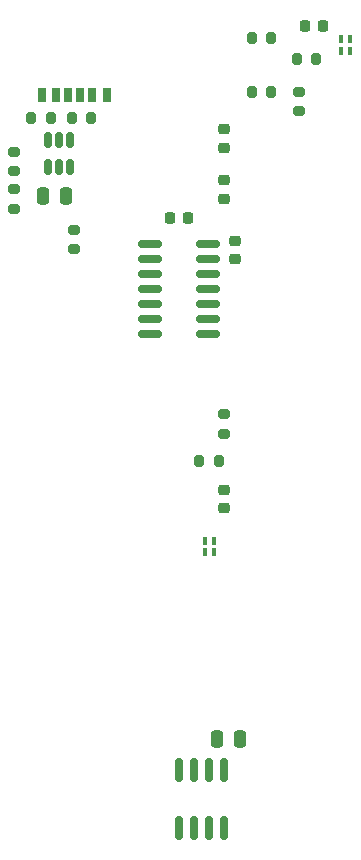
<source format=gtp>
G04 #@! TF.GenerationSoftware,KiCad,Pcbnew,(6.0.10-0)*
G04 #@! TF.CreationDate,2023-11-26T23:42:57+09:00*
G04 #@! TF.ProjectId,AutoFeeder_Drum-type,4175746f-4665-4656-9465-725f4472756d,01*
G04 #@! TF.SameCoordinates,Original*
G04 #@! TF.FileFunction,Paste,Top*
G04 #@! TF.FilePolarity,Positive*
%FSLAX46Y46*%
G04 Gerber Fmt 4.6, Leading zero omitted, Abs format (unit mm)*
G04 Created by KiCad (PCBNEW (6.0.10-0)) date 2023-11-26 23:42:57*
%MOMM*%
%LPD*%
G01*
G04 APERTURE LIST*
G04 Aperture macros list*
%AMRoundRect*
0 Rectangle with rounded corners*
0 $1 Rounding radius*
0 $2 $3 $4 $5 $6 $7 $8 $9 X,Y pos of 4 corners*
0 Add a 4 corners polygon primitive as box body*
4,1,4,$2,$3,$4,$5,$6,$7,$8,$9,$2,$3,0*
0 Add four circle primitives for the rounded corners*
1,1,$1+$1,$2,$3*
1,1,$1+$1,$4,$5*
1,1,$1+$1,$6,$7*
1,1,$1+$1,$8,$9*
0 Add four rect primitives between the rounded corners*
20,1,$1+$1,$2,$3,$4,$5,0*
20,1,$1+$1,$4,$5,$6,$7,0*
20,1,$1+$1,$6,$7,$8,$9,0*
20,1,$1+$1,$8,$9,$2,$3,0*%
G04 Aperture macros list end*
%ADD10RoundRect,0.225000X-0.250000X0.225000X-0.250000X-0.225000X0.250000X-0.225000X0.250000X0.225000X0*%
%ADD11RoundRect,0.225000X0.225000X0.250000X-0.225000X0.250000X-0.225000X-0.250000X0.225000X-0.250000X0*%
%ADD12RoundRect,0.200000X-0.200000X-0.275000X0.200000X-0.275000X0.200000X0.275000X-0.200000X0.275000X0*%
%ADD13RoundRect,0.250000X-0.250000X-0.475000X0.250000X-0.475000X0.250000X0.475000X-0.250000X0.475000X0*%
%ADD14RoundRect,0.200000X-0.275000X0.200000X-0.275000X-0.200000X0.275000X-0.200000X0.275000X0.200000X0*%
%ADD15R,0.400000X0.650000*%
%ADD16RoundRect,0.200000X0.275000X-0.200000X0.275000X0.200000X-0.275000X0.200000X-0.275000X-0.200000X0*%
%ADD17RoundRect,0.200000X0.200000X0.275000X-0.200000X0.275000X-0.200000X-0.275000X0.200000X-0.275000X0*%
%ADD18RoundRect,0.150000X-0.150000X0.825000X-0.150000X-0.825000X0.150000X-0.825000X0.150000X0.825000X0*%
%ADD19RoundRect,0.150000X0.150000X-0.512500X0.150000X0.512500X-0.150000X0.512500X-0.150000X-0.512500X0*%
%ADD20R,0.700000X1.200000*%
%ADD21R,0.760000X1.200000*%
%ADD22R,0.800000X1.200000*%
%ADD23RoundRect,0.150000X-0.825000X-0.150000X0.825000X-0.150000X0.825000X0.150000X-0.825000X0.150000X0*%
%ADD24RoundRect,0.218750X0.256250X-0.218750X0.256250X0.218750X-0.256250X0.218750X-0.256250X-0.218750X0*%
%ADD25RoundRect,0.225000X0.250000X-0.225000X0.250000X0.225000X-0.250000X0.225000X-0.250000X-0.225000X0*%
G04 APERTURE END LIST*
D10*
X156210000Y-100190000D03*
X156210000Y-101740000D03*
D11*
X153175000Y-77216000D03*
X151625000Y-77216000D03*
D12*
X162370000Y-63754000D03*
X164020000Y-63754000D03*
D13*
X140909000Y-75311000D03*
X142809000Y-75311000D03*
D14*
X162560000Y-66485000D03*
X162560000Y-68135000D03*
X138430000Y-74740000D03*
X138430000Y-76390000D03*
D15*
X154620000Y-105500000D03*
X155380000Y-105500000D03*
X155380000Y-104500000D03*
X154620000Y-104500000D03*
D16*
X156210000Y-95440000D03*
X156210000Y-93790000D03*
D17*
X155765000Y-97790000D03*
X154115000Y-97790000D03*
X160210000Y-66548000D03*
X158560000Y-66548000D03*
D18*
X156210000Y-123890000D03*
X154940000Y-123890000D03*
X153670000Y-123890000D03*
X152400000Y-123890000D03*
X152400000Y-128840000D03*
X153670000Y-128840000D03*
X154940000Y-128840000D03*
X156210000Y-128840000D03*
D15*
X166120000Y-63050000D03*
X166880000Y-63050000D03*
X166880000Y-62050000D03*
X166120000Y-62050000D03*
D19*
X141290000Y-72892500D03*
X142240000Y-72892500D03*
X143190000Y-72892500D03*
X143190000Y-70617500D03*
X142240000Y-70617500D03*
X141290000Y-70617500D03*
D16*
X138430000Y-73215000D03*
X138430000Y-71565000D03*
D20*
X144010000Y-66780000D03*
D21*
X141990000Y-66780000D03*
D22*
X140760000Y-66780000D03*
D20*
X143010000Y-66780000D03*
D21*
X145030000Y-66780000D03*
D22*
X146260000Y-66780000D03*
D13*
X155641000Y-121285000D03*
X157541000Y-121285000D03*
D23*
X149925000Y-79375000D03*
X149925000Y-80645000D03*
X149925000Y-81915000D03*
X149925000Y-83185000D03*
X149925000Y-84455000D03*
X149925000Y-85725000D03*
X149925000Y-86995000D03*
X154875000Y-86995000D03*
X154875000Y-85725000D03*
X154875000Y-84455000D03*
X154875000Y-83185000D03*
X154875000Y-81915000D03*
X154875000Y-80645000D03*
X154875000Y-79375000D03*
D24*
X156210000Y-71272500D03*
X156210000Y-69697500D03*
X156210000Y-75590500D03*
X156210000Y-74015500D03*
D16*
X143510000Y-79819000D03*
X143510000Y-78169000D03*
D25*
X157099000Y-80658000D03*
X157099000Y-79108000D03*
D11*
X164605000Y-60960000D03*
X163055000Y-60960000D03*
D17*
X141541000Y-68707000D03*
X139891000Y-68707000D03*
X160210000Y-61976000D03*
X158560000Y-61976000D03*
D12*
X143320000Y-68707000D03*
X144970000Y-68707000D03*
M02*

</source>
